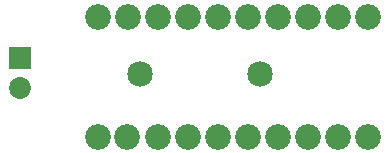
<source format=gbs>
G04 MADE WITH FRITZING*
G04 WWW.FRITZING.ORG*
G04 DOUBLE SIDED*
G04 HOLES PLATED*
G04 CONTOUR ON CENTER OF CONTOUR VECTOR*
%ASAXBY*%
%FSLAX23Y23*%
%MOIN*%
%OFA0B0*%
%SFA1.0B1.0*%
%ADD10C,0.072992*%
%ADD11C,0.085000*%
%ADD12C,0.085334*%
%ADD13R,0.072992X0.072992*%
%LNMASK0*%
G90*
G70*
G54D10*
X135Y338D03*
X135Y239D03*
X135Y338D03*
X135Y239D03*
G54D11*
X935Y285D03*
X535Y285D03*
X935Y285D03*
X535Y285D03*
G54D12*
X593Y476D03*
X693Y476D03*
X793Y476D03*
X893Y476D03*
X993Y476D03*
X1093Y476D03*
X1193Y476D03*
X1293Y476D03*
X693Y76D03*
X793Y76D03*
X893Y76D03*
X993Y76D03*
X1093Y76D03*
X1193Y76D03*
X1293Y76D03*
X593Y76D03*
X493Y476D03*
X492Y76D03*
X393Y476D03*
X393Y76D03*
G54D13*
X135Y338D03*
X135Y338D03*
G04 End of Mask0*
M02*
</source>
